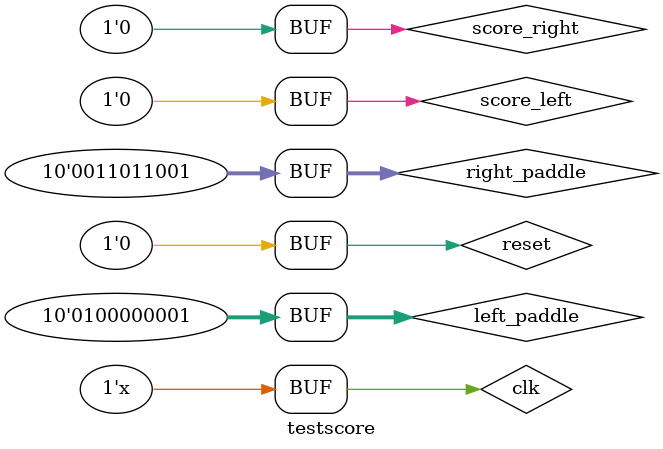
<source format=sv>
`include "../modules/score.sv"
`include "../modules/ball.sv"

`timescale 1ns/1ps
module testscore();
	// score
	reg clk;
	reg reset;
	reg score_left;
	reg score_right;
	reg [6:0] right_hex;
	reg [6:0] left_hex;
	reg game_over;

	// ball
	reg [9:0] right_paddle;
	reg [9:0] left_paddle;
	reg [10:0] ball_pos_x;
	reg [10:0] ball_pos_y;

	initial
	begin
		clk = 1'b0;
		reset = 1'b1;
		score_left = 1'b0;
		score_right = 1'b0;
		right_paddle = 10'd217;
		left_paddle = 10'd257;
		#54; 
		reset = 1'b0;
	end

	score score_mod(
		.clk(clk),
		.reset(reset),
		.score_left(score_left),
		.score_right(score_right),
		.right_hex(right_hex),
		.left_hex(left_hex),
		.game_over(game_over)
	);

	ball ball_mod(
		.clk(clk),
		.reset(reset),
		.left_paddle_y(left_paddle),
		.right_paddle_y(right_paddle),
		.score_right(score_right),
		.score_left(score_left),
		.ball_pos_x(ball_pos_x),
		.ball_pos_y(ball_pos_y)
	);

	always
	begin
		#54 clk = ~clk;
	end
endmodule

</source>
